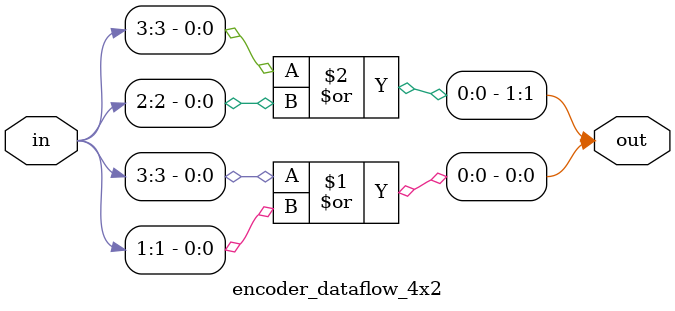
<source format=v>
`timescale 1ns / 1ps


module encoder_dataflow_4x2(input [3:0]in,output [1:0]out);
assign out[0]=in[3]|in[1];
assign out[1]=in[3]|in[2];
endmodule

</source>
